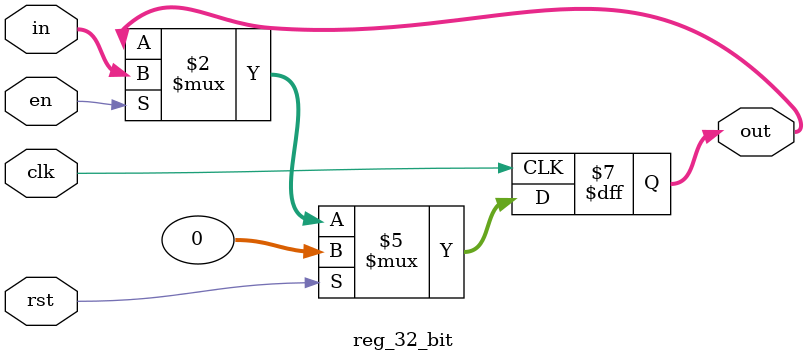
<source format=v>
`timescale 1ns / 1ps


module reg_32_bit(
    input clk, rst, en,
    input [31:0] in,
    output reg [31:0] out
    );
    
    always @(posedge clk) begin
        if(rst)
            out <= 0;
        else begin
            if(en)
                out <= in;
        end
    end
    
endmodule

</source>
